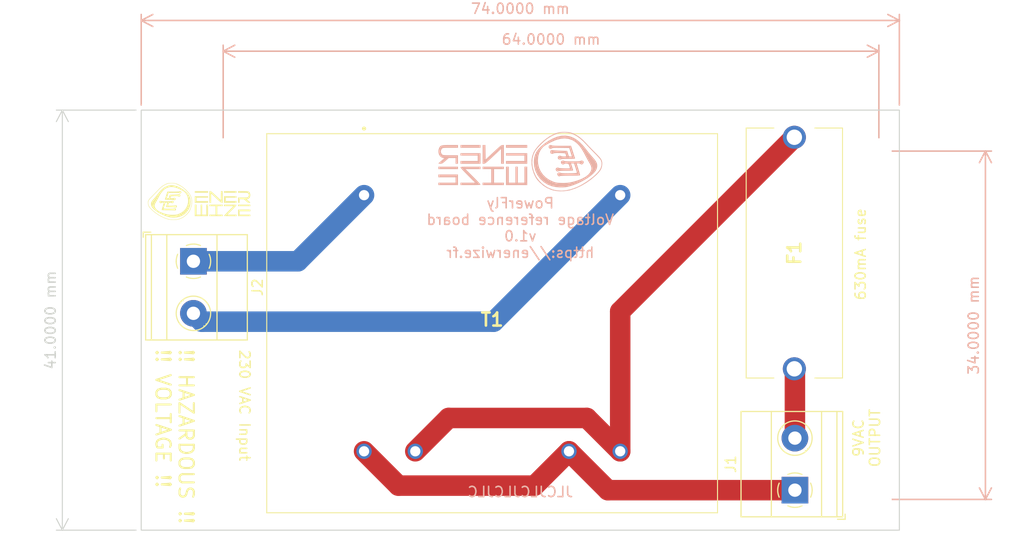
<source format=kicad_pcb>
(kicad_pcb (version 20221018) (generator pcbnew)
  (layers (0 "F.Cu" signal) (31 "B.Cu" signal) (34 "B.Paste" user) (35 "F.Paste" user) (36 "B.SilkS" user "B.Silkscreen") (37 "F.SilkS" user "F.Silkscreen") (38 "B.Mask" user) (39 "F.Mask" user) (44 "Edge.Cuts" user))
  (net 0 "")
  (net 1 "Net-(J1-Pin_1)")
  (net 2 "Net-(J1-Pin_2)")
  (net 3 "Net-(J2-Pin_1)")
  (net 4 "Net-(J2-Pin_2)")
  (net 5 "Net-(T1-NC_1)")
  (footprint "MountingHole:MountingHole_2.5mm" (layer "F.Cu") (at 113.75 100.05)
    (fp_text reference "H2" hide)
    (fp_text value "MountingHole")
    (pad "" np_thru_hole circle (at 0 0) (size 2.5 2.5) (drill 2.5) (layers "*.Cu" "*.Mask"))
  )
  (footprint "MountingHole:MountingHole_2.5mm" (layer "F.Cu") (at 113.75 66.05)
    (fp_text reference "H1" hide)
    (fp_text value "MountingHole")
    (pad "" np_thru_hole circle (at 0 0) (size 2.5 2.5) (drill 2.5) (layers "*.Cu" "*.Mask"))
  )
  (footprint "MountingHole:MountingHole_2.5mm" (layer "F.Cu") (at 177.75 100.05)
    (fp_text reference "H4" hide)
    (fp_text value "MountingHole")
    (pad "" np_thru_hole circle (at 0 0) (size 2.5 2.5) (drill 2.5) (layers "*.Cu" "*.Mask"))
  )
  (footprint "my_package:TerminalBlock_Phoenix_MKDS-1,5-2-5.08_1x02_P5.08mm_Horizontal" (layer "F.Cu") (at 110.845 76.805 -90)
    (fp_text reference "J2" (at 2.54 -6.26 90) (layer "F.SilkS"))
    (fp_text value "Screw_Terminal_01x02" hide)
    (fp_line (start -2.84 4.16) (end -2.84 4.9) (stroke (width 0.12)) (layer "F.SilkS"))
    (fp_line (start -2.84 4.9) (end -2.34 4.9) (stroke (width 0.12)) (layer "F.SilkS"))
    (fp_line (start -2.6 -5.261) (end -2.6 4.66) (stroke (width 0.12)) (layer "F.SilkS"))
    (fp_line (start -2.6 -5.261) (end 7.68 -5.261) (stroke (width 0.12)) (layer "F.SilkS"))
    (fp_line (start -2.6 -2.301) (end 7.68 -2.301) (stroke (width 0.12)) (layer "F.SilkS"))
    (fp_line (start -2.6 2.6) (end 7.68 2.6) (stroke (width 0.12)) (layer "F.SilkS"))
    (fp_line (start -2.6 4.1) (end 7.68 4.1) (stroke (width 0.12)) (layer "F.SilkS"))
    (fp_line (start -2.6 4.66) (end 7.68 4.66) (stroke (width 0.12)) (layer "F.SilkS"))
    (fp_line (start 3.853 1.023) (end 3.806 1.069) (stroke (width 0.12)) (layer "F.SilkS"))
    (fp_line (start 4.046 1.239) (end 4.011 1.274) (stroke (width 0.12)) (layer "F.SilkS"))
    (fp_line (start 6.15 -1.275) (end 6.115 -1.239) (stroke (width 0.12)) (layer "F.SilkS"))
    (fp_line (start 6.355 -1.069) (end 6.308 -1.023) (stroke (width 0.12)) (layer "F.SilkS"))
    (fp_line (start 7.68 -5.261) (end 7.68 4.66) (stroke (width 0.12)) (layer "F.SilkS"))
    (fp_arc (start -1.535427 0.683042) (mid -1.680501 -0.000524) (end -1.535 -0.684) (stroke (width 0.12)) (layer "F.SilkS"))
    (fp_arc (start -0.683042 -1.535427) (mid 0.000524 -1.680501) (end 0.684 -1.535) (stroke (width 0.12)) (layer "F.SilkS"))
    (fp_arc (start 0.028805 1.680253) (mid -0.335551 1.646659) (end -0.684 1.535) (stroke (width 0.12)) (layer "F.SilkS"))
    (fp_arc (start 0.683318 1.534756) (mid 0.349292 1.643288) (end 0 1.68) (stroke (width 0.12)) (layer "F.SilkS"))
    (fp_arc (start 1.535427 -0.683042) (mid 1.680501 0.000524) (end 1.535 0.684) (stroke (width 0.12)) (layer "F.SilkS"))
    (fp_circle (center 5.08 0) (end 6.76 0) (stroke (width 0.12)) (fill none) (layer "F.SilkS"))
    (pad "1" thru_hole rect (at 0 0 270) (size 2.6 2.6) (drill 1.3) (layers "*.Cu" "*.Mask") (net 3 "Net-(J2-Pin_1)"))
    (pad "2" thru_hole circle (at 5.08 0 270) (size 2.6 2.6) (drill 1.3) (layers "*.Cu" "*.Mask") (net 4 "Net-(J2-Pin_2)"))
  )
  (footprint "my_package:0PTF0078P" (layer "F.Cu") (at 169.5 76 90)
    (fp_text reference "F1" (at 0 0 90) (layer "F.SilkS") (effects (font (size 1.27 1.27) (thickness 0.254))))
    (fp_text value "630mA" hide)
    (fp_line (start -12.2 -4.7) (end 12.2 -4.7) (stroke (width 0.1)) (layer "F.SilkS"))
    (fp_line (start -12.2 -2) (end -12.2 -4.7) (stroke (width 0.1)) (layer "F.SilkS"))
    (fp_line (start -12.2 2) (end -12.2 4.7) (stroke (width 0.1)) (layer "F.SilkS"))
    (fp_line (start -12.2 4.7) (end 12.2 4.7) (stroke (width 0.1)) (layer "F.SilkS"))
    (fp_line (start 12.2 -4.7) (end 12.2 -2) (stroke (width 0.1)) (layer "F.SilkS"))
    (fp_line (start 12.2 4.7) (end 12.2 2) (stroke (width 0.1)) (layer "F.SilkS"))
    (pad "1" thru_hole circle (at -11.3 0 90) (size 2.25 2.25) (drill 1.5) (layers "*.Cu" "*.Mask") (net 2 "Net-(J1-Pin_2)"))
    (pad "2" thru_hole circle (at 11.3 0 90) (size 2.25 2.25) (drill 1.5) (layers "*.Cu" "*.Mask") (net 5 "Net-(T1-NC_1)"))
  )
  (footprint "my_package:44230" (layer "F.Cu") (at 127.5 70.35)
    (fp_text reference "T1" (at 12.5 12.15) (layer "F.SilkS") (effects (font (size 1.27 1.27) (thickness 0.254))))
    (fp_text value "44230" hide)
    (fp_line (start -9.5 -6) (end 34.5 -6) (stroke (width 0.1)) (layer "F.SilkS"))
    (fp_line (start -9.5 31) (end -9.5 -6) (stroke (width 0.1)) (layer "F.SilkS"))
    (fp_line (start -0.1 -6.5) (end -0.1 -6.5) (stroke (width 0.2)) (layer "F.SilkS"))
    (fp_line (start 0.1 -6.5) (end 0.1 -6.5) (stroke (width 0.2)) (layer "F.SilkS"))
    (fp_line (start 34.5 -6) (end 34.5 31) (stroke (width 0.1)) (layer "F.SilkS"))
    (fp_line (start 34.5 31) (end -9.5 31) (stroke (width 0.1)) (layer "F.SilkS"))
    (fp_arc (start -0.1 -6.5) (mid 0 -6.6) (end 0.1 -6.5) (stroke (width 0.2)) (layer "F.SilkS"))
    (fp_arc (start 0.1 -6.5) (mid 0 -6.4) (end -0.1 -6.5) (stroke (width 0.2)) (layer "F.SilkS"))
    (pad "1" thru_hole circle (at 0 0) (size 1.5 1.5) (drill 1) (layers "*.Cu" "*.Mask") (net 3 "Net-(J2-Pin_1)"))
    (pad "5" thru_hole circle (at 25 0) (size 1.5 1.5) (drill 1) (layers "*.Cu" "*.Mask") (net 4 "Net-(J2-Pin_2)"))
    (pad "6" thru_hole circle (at 25 25) (size 1.5 1.5) (drill 1) (layers "*.Cu" "*.Mask") (net 5 "Net-(T1-NC_1)"))
    (pad "7" thru_hole circle (at 20 25) (size 1.5 1.5) (drill 1) (layers "*.Cu" "*.Mask") (net 1 "Net-(J1-Pin_1)"))
    (pad "9" thru_hole circle (at 5 25) (size 1.5 1.5) (drill 1) (layers "*.Cu" "*.Mask") (net 5 "Net-(T1-NC_1)"))
    (pad "10" thru_hole circle (at 0 25) (size 1.5 1.5) (drill 1) (layers "*.Cu" "*.Mask") (net 1 "Net-(J1-Pin_1)"))
  )
  (footprint "my_package:logotype_complet_10x3.6mm" (layer "F.Cu") (at 111.4 70.95)
    (fp_text reference "G***" hide)
    (fp_text value "LOGO" hide)
    (fp_poly (pts (xy 0.875862 -0.9125) (xy 0.875862 -0.825) (xy 0.225221 -0.825) (xy -0.425419 -0.825) (xy -0.425419 -0.9125) (xy -0.425419 -1) (xy 0.225221 -1) (xy 0.875862 -1)) (fill solid) (layer "F.SilkS"))
    (fp_poly (pts (xy 3.653596 -0.9125) (xy 3.653596 -0.825) (xy 3.040492 -0.825) (xy 2.427389 -0.825) (xy 2.427389 -0.9125) (xy 2.427389 -1) (xy 3.040492 -1) (xy 3.653596 -1)) (fill solid) (layer "F.SilkS"))
    (fp_poly (pts (xy 5.004926 0.4) (xy 5.004926 0.475) (xy 4.404335 0.475) (xy 3.803743 0.475) (xy 3.803743 0.4) (xy 3.803743 0.325) (xy 4.404335 0.325) (xy 5.004926 0.325)) (fill solid) (layer "F.SilkS"))
    (fp_poly (pts (xy 0.875862 -0.425) (xy 0.875862 -0.35) (xy 0.312807 -0.35) (xy -0.250247 -0.35) (xy -0.250247 -0.1875) (xy -0.250247 -0.025) (xy 0.312807 -0.025) (xy 0.875862 -0.025) (xy 0.875862 0.0625) (xy 0.875862 0.15) (xy 0.225221 0.15) (xy -0.425419 0.15) (xy -0.425419 -0.175) (xy -0.425419 -0.5) (xy 0.225221 -0.5) (xy 0.875862 -0.5)) (fill solid) (layer "F.SilkS"))
    (fp_poly (pts (xy 3.653596 -0.425) (xy 3.653596 -0.35) (xy 3.128078 -0.35) (xy 2.602561 -0.35) (xy 2.602561 -0.1875) (xy 2.602561 -0.025) (xy 3.128078 -0.025) (xy 3.653596 -0.025) (xy 3.653596 0.0625) (xy 3.653596 0.15) (xy 3.040492 0.15) (xy 2.427389 0.15) (xy 2.427389 -0.175) (xy 2.427389 -0.5) (xy 3.040492 -0.5) (xy 3.653596 -0.5)) (fill solid) (layer "F.SilkS"))
    (fp_poly (pts (xy 5.004926 0.8875) (xy 5.004926 0.975) (xy 4.479408 0.975) (xy 3.953891 0.975) (xy 3.953891 1.1375) (xy 3.953891 1.3) (xy 4.479408 1.3) (xy 5.004926 1.3) (xy 5.004926 1.375) (xy 5.004926 1.45) (xy 4.404335 1.45) (xy 3.803743 1.45) (xy 3.803743 1.125) (xy 3.803743 0.8) (xy 4.404335 0.8) (xy 5.004926 0.8)) (fill solid) (layer "F.SilkS"))
    (fp_poly (pts (xy -0.250247 0.8125) (xy -0.250247 1.3) (xy -0.05005 1.3) (xy 0.150147 1.3) (xy 0.150147 0.8125) (xy 0.150147 0.325) (xy 0.225221 0.325) (xy 0.300295 0.325) (xy 0.300295 0.8125) (xy 0.300295 1.3) (xy 0.500492 1.3) (xy 0.700689 1.3) (xy 0.700689 0.8125) (xy 0.700689 0.325) (xy 0.788275 0.325) (xy 0.875862 0.325) (xy 0.875862 0.8875) (xy 0.875862 1.45) (xy 0.225221 1.45) (xy -0.425419 1.45) (xy -0.425419 0.8875) (xy -0.425419 0.325) (xy -0.337833 0.325) (xy -0.250247 0.325)) (fill solid) (layer "F.SilkS"))
    (fp_poly (pts (xy 2.302266 0.4) (xy 2.302266 0.475) (xy 2.039507 0.475) (xy 1.776748 0.475) (xy 1.776748 0.8875) (xy 1.776748 1.3) (xy 2.039507 1.3) (xy 2.302266 1.3) (xy 2.302266 1.375) (xy 2.302266 1.45) (xy 1.651625 1.45) (xy 1.000985 1.45) (xy 1.000985 1.375) (xy 1.000985 1.3) (xy 1.30128 1.3) (xy 1.601576 1.3) (xy 1.601576 0.8875) (xy 1.601576 0.475) (xy 1.30128 0.475) (xy 1.000985 0.475) (xy 1.000985 0.4) (xy 1.000985 0.325) (xy 1.651625 0.325) (xy 2.302266 0.325)) (fill solid) (layer "F.SilkS"))
    (fp_poly (pts (xy 2.302266 -1) (xy 2.302266 -0.425) (xy 2.302266 0.15) (xy 2.220936 0.149457) (xy 2.192019 0.145575) (xy 2.158067 0.131783) (xy 2.114373 0.104308) (xy 2.056234 0.059377) (xy 1.978944 -0.006784) (xy 1.877799 -0.097948) (xy 1.748094 -0.21789) (xy 1.657881 -0.30217) (xy 1.176157 -0.753256) (xy 1.176157 -0.301628) (xy 1.176157 0.15) (xy 1.088571 0.15) (xy 1.000985 0.15) (xy 1.000985 -0.425) (xy 1.000985 -1) (xy 1.084602 -1) (xy 1.113951 -0.99669) (xy 1.147312 -0.984205) (xy 1.189523 -0.958719) (xy 1.24542 -0.916404) (xy 1.31984 -0.85343) (xy 1.417621 -0.76597) (xy 1.543599 -0.650196) (xy 1.6414 -0.55934) (xy 2.114581 -0.118679) (xy 2.121414 -0.55934) (xy 2.128248 -1.000001) (xy 2.215257 -1.000001)) (fill solid) (layer "F.SilkS"))
    (fp_poly (pts (xy 3.23172 0.325229) (xy 3.378669 0.326192) (xy 3.487108 0.328297) (xy 3.562806 0.331953) (xy 3.611532 0.337569) (xy 3.639055 0.345555) (xy 3.651143 0.356321) (xy 3.653596 0.368496) (xy 3.636518 0.397505) (xy 3.588486 0.456224) (xy 3.514304 0.539378) (xy 3.418776 0.641692) (xy 3.306705 0.75789) (xy 3.209669 0.855996) (xy 2.765743 1.3) (xy 3.209669 1.3) (xy 3.653596 1.3) (xy 3.653596 1.375) (xy 3.653596 1.45) (xy 3.040492 1.45) (xy 2.839795 1.449416) (xy 2.684604 1.447513) (xy 2.570388 1.444061) (xy 2.492615 1.438832) (xy 2.446754 1.431596) (xy 2.428274 1.422123) (xy 2.427389 1.418996) (xy 2.444423 1.393584) (xy 2.492382 1.338101) (xy 2.566552 1.257581) (xy 2.662221 1.15706) (xy 2.774673 1.041572) (xy 2.883835 0.931496) (xy 3.34028 0.475) (xy 2.883835 0.475) (xy 2.427389 0.475) (xy 2.427389 0.4) (xy 2.427389 0.325) (xy 3.040492 0.325)) (fill solid) (layer "F.SilkS"))
    (fp_poly (pts (xy 4.46817 -0.999055) (xy 4.612799 -0.99502) (xy 4.72129 -0.986098) (xy 4.800589 -0.970489) (xy 4.857642 -0.946396) (xy 4.899396 -0.91202) (xy 4.932799 -0.865563) (xy 4.954631 -0.825481) (xy 4.997451 -0.697931) (xy 5.003365 -0.566651) (xy 4.976016 -0.44161) (xy 4.919044 -0.332776) (xy 4.836092 -0.250118) (xy 4.7308 -0.203605) (xy 4.727176 -0.20284) (xy 4.646353 -0.186326) (xy 4.823966 -0.036913) (xy 4.901732 0.030259) (xy 4.962589 0.086157) (xy 4.99788 0.122658) (xy 5.003252 0.13125) (xy 4.981847 0.142053) (xy 4.9255 0.148523) (xy 4.886059 0.149395) (xy 4.830052 0.146831) (xy 4.783083 0.135776) (xy 4.734164 0.110206) (xy 4.67231 0.064095) (xy 4.586531 -0.008581) (xy 4.566995 -0.025566) (xy 4.366798 -0.199922) (xy 4.160344 -0.199961) (xy 3.953891 -0.2) (xy 3.953891 -0.025) (xy 3.953891 0.15) (xy 3.878817 0.15) (xy 3.803743 0.15) (xy 3.803743 -0.1125) (xy 3.803743 -0.375) (xy 4.26198 -0.375) (xy 4.425159 -0.375357) (xy 4.545883 -0.376926) (xy 4.631746 -0.380459) (xy 4.69034 -0.386706) (xy 4.729259 -0.396418) (xy 4.756095 -0.410346) (xy 4.774682 -0.425692) (xy 4.833993 -0.511761) (xy 4.851271 -0.611164) (xy 4.826339 -0.709826) (xy 4.779068 -0.775636) (xy 4.758181 -0.793105) (xy 4.730678 -0.805904) (xy 4.6891 -0.814751) (xy 4.625993 -0.820366) (xy 4.533898 -0.823465) (xy 4.405361 -0.824768) (xy 4.266699 -0.825) (xy 3.803743 -0.825) (xy 3.803743 -0.9125) (xy 3.803743 -1) (xy 4.280454 -1)) (fill solid) (layer "F.SilkS"))
    (fp_poly (pts (xy -1.82021 -0.991196) (xy -1.76246 -0.966414) (xy -1.744307 -0.94762) (xy -1.725689 -0.881803) (xy -1.743863 -0.821223) (xy -1.78763 -0.776) (xy -1.845788 -0.756257) (xy -1.907137 -0.772112) (xy -1.924205 -0.785067) (xy -1.945297 -0.799079) (xy -1.977635 -0.809299) (xy -2.028063 -0.816151) (xy -2.103425 -0.820056) (xy -2.210566 -0.821437) (xy -2.356331 -0.820718) (xy -2.478311 -0.81928) (xy -2.987076 -0.8125) (xy -3.067101 -0.55625) (xy -3.147127 -0.3) (xy -3.056273 -0.300155) (xy -3.008366 -0.302082) (xy -2.977477 -0.314623) (xy -2.954856 -0.348222) (xy -2.931755 -0.413321) (xy -2.914905 -0.468905) (xy -2.864391 -0.6375) (xy -2.451949 -0.652489) (xy -2.308075 -0.658711) (xy -2.177248 -0.666208) (xy -2.069661 -0.674258) (xy -1.995501 -0.682136) (xy -1.970546 -0.686681) (xy -1.896138 -0.690505) (xy -1.864192 -0.674881) (xy -1.834477 -0.622798) (xy -1.828668 -0.55275) (xy -1.847765 -0.491227) (xy -1.856828 -0.48) (xy -1.913695 -0.453484) (xy -1.983287 -0.456275) (xy -2.031464 -0.48125) (xy -2.063079 -0.494786) (xy -2.127175 -0.503124) (xy -2.229209 -0.506609) (xy -2.374637 -0.505584) (xy -2.407359 -0.504914) (xy -2.545062 -0.501338) (xy -2.640775 -0.496905) (xy -2.702556 -0.490346) (xy -2.738464 -0.480388) (xy -2.756558 -0.46576) (xy -2.76396 -0.448664) (xy -2.783119 -0.381061) (xy -2.791933 -0.35) (xy -2.795525 -0.322063) (xy -2.779032 -0.307053) (xy -2.731978 -0.30102) (xy -2.659303 -0.3) (xy -2.575352 -0.304336) (xy -2.510812 -0.315542) (xy -2.485492 -0.326955) (xy -2.431168 -0.350527) (xy -2.366491 -0.340499) (xy -2.311671 -0.302869) (xy -2.291907 -0.269508) (xy -2.287458 -0.196329) (xy -2.320131 -0.138805) (xy -2.377339 -0.106736) (xy -2.446499 -0.109924) (xy -2.477439 -0.125) (xy -2.514049 -0.133082) (xy -2.591549 -0.140067) (xy -2.700784 -0.145466) (xy -2.832598 -0.148788) (xy -2.936816 -0.149618) (xy -3.097532 -0.15058) (xy -3.213578 -0.153406) (xy -3.290312 -0.15851) (xy -3.33309 -0.166305) (xy -3.347271 -0.177204) (xy -3.346709 -0.18125) (xy -3.33532 -0.214978) (xy -3.311808 -0.287334) (xy -3.279087 -0.389258) (xy -3.240072 -0.511691) (xy -3.218013 -0.58125) (xy -3.101263 -0.95) (xy -2.531597 -0.95) (xy -2.31768 -0.951229) (xy -2.149903 -0.954883) (xy -2.029298 -0.960917) (xy -1.956896 -0.969282) (xy -1.93495 -0.976955) (xy -1.885997 -0.995985)) (fill solid) (layer "F.SilkS"))
    (fp_poly (pts (xy -2.502556 -1.561082) (xy -2.243648 -1.501693) (xy -1.976152 -1.395153) (xy -1.701434 -1.241869) (xy -1.484264 -1.091053) (xy -1.274858 -0.920288) (xy -1.11038 -0.754704) (xy -0.987101 -0.587784) (xy -0.901289 -0.413006) (xy -0.849215 -0.223851) (xy -0.827147 -0.0138) (xy -0.825813 0.059731) (xy -0.850259 0.328509) (xy -0.92174 0.587451) (xy -1.037472 0.82954) (xy -1.194672 1.047761) (xy -1.236139 1.093562) (xy -1.43914 1.276637) (xy -1.66284 1.416572) (xy -1.910347 1.51469) (xy -2.184767 1.57231) (xy -2.402365 1.589514) (xy -2.588456 1.590006) (xy -2.749981 1.579856) (xy -2.852808 1.564484) (xy -3.080973 1.505932) (xy -3.314706 1.4262) (xy -3.547988 1.328945) (xy -3.774799 1.217828) (xy -3.989119 1.096507) (xy -4.184929 0.968642) (xy -4.356209 0.837891) (xy -4.496938 0.707912) (xy -4.601097 0.582366) (xy -4.662666 0.464911) (xy -4.662875 0.464296) (xy -4.668027 0.444448) (xy -4.345213 0.444448) (xy -4.331832 0.526286) (xy -4.259981 0.679025) (xy -4.139969 0.819357) (xy -3.972189 0.946998) (xy -3.757036 1.061663) (xy -3.494906 1.163068) (xy -3.414222 1.188718) (xy -3.2064 1.247341) (xy -3.024965 1.286509) (xy -2.851415 1.308877) (xy -2.667245 1.317101) (xy -2.527488 1.315993) (xy -2.381621 1.310924) (xy -2.270584 1.302072) (xy -2.17918 1.287201) (xy -2.092214 1.264071) (xy -2.02756 1.242379) (xy -1.781196 1.131169) (xy -1.566946 0.98549) (xy -1.387682 0.809244) (xy -1.246278 0.606331) (xy -1.145606 0.380653) (xy -1.088537 0.136111) (xy -1.07606 -0.05) (xy -1.096438 -0.295973) (xy -1.156674 -0.517459) (xy -1.255419 -0.711051) (xy -1.391322 -0.873338) (xy -1.407954 -0.888658) (xy -1.498006 -0.956769) (xy -1.624105 -1.034621) (xy -1.774776 -1.11627) (xy -1.938544 -1.195769) (xy -2.103933 -1.267177) (xy -2.2306 -1.314793) (xy -2.475349 -1.37746) (xy -2.714444 -1.395621) (xy -2.942083 -1.369454) (xy -3.152462 -1.299133) (xy -3.17961 -1.286073) (xy -3.337441 -1.192749) (xy -3.481409 -1.07549) (xy -3.616406 -0.928624) (xy -3.747328 -0.74648) (xy -3.879066 -0.523384) (xy -3.944072 -0.4) (xy -4.012503 -0.268684) (xy -4.08348 -0.137078) (xy -4.148973 -0.019808) (xy -4.200946 0.068495) (xy -4.20439 0.074047) (xy -4.286027 0.219503) (xy -4.332204 0.34026) (xy -4.345213 0.444448) (xy -4.668027 0.444448) (xy -4.696126 0.336197) (xy -4.701071 0.220347) (xy -4.674872 0.108188) (xy -4.614688 -0.008837) (xy -4.51768 -0.139285) (xy -4.429115 -0.240151) (xy -4.342644 -0.33824) (xy -4.239352 -0.461313) (xy -4.131922 -0.593967) (xy -4.033038 -0.720796) (xy -4.028816 -0.726351) (xy -3.830649 -0.96926) (xy -3.638251 -1.166575) (xy -3.447288 -1.321676) (xy -3.253428 -1.43794) (xy -3.052336 -1.518746) (xy -2.989135 -1.536791) (xy -2.751508 -1.572916)) (fill solid) (layer "F.SilkS"))
    (fp_poly (pts (xy -3.689876 -0.041798) (xy -3.666109 -0.025) (xy -3.635854 -0.01599) (xy -3.560529 -0.008747) (xy -3.44509 -0.003525) (xy -3.294495 -0.000577) (xy -3.178128 0) (xy -3.007026 -0.001306) (xy -2.867805 -0.005055) (xy -2.765423 -0.010991) (xy -2.704837 -0.018863) (xy -2.690148 -0.025) (xy -2.652921 -0.045133) (xy -2.592729 -0.048575) (xy -2.533549 -0.035981) (xy -2.507468 -0.02) (xy -2.47975 0.038968) (xy -2.48865 0.108207) (xy -2.523202 0.158625) (xy -2.59189 0.196417) (xy -2.657543 0.185117) (xy -2.686368 0.162705) (xy -2.729538 0.139351) (xy -2.799595 0.136771) (xy -2.838345 0.141109) (xy -2.905897 0.152791) (xy -2.944561 0.173178) (xy -2.969039 0.215976) (xy -2.990486 0.282941) (xy -3.011536 0.355137) (xy -3.02514 0.404447) (xy -3.027981 0.417037) (xy -3.004866 0.423314) (xy -2.942953 0.426707) (xy -2.853391 0.427536) (xy -2.74733 0.426116) (xy -2.635918 0.422764) (xy -2.530304 0.417799) (xy -2.441638 0.411536) (xy -2.381068 0.404294) (xy -2.360369 0.398045) (xy -2.317505 0.380903) (xy -2.261982 0.379295) (xy -2.194824 0.407033) (xy -2.160187 0.461488) (xy -2.162907 0.527726) (xy -2.196755 0.580703) (xy -2.23973 0.615879) (xy -2.281792 0.620991) (xy -2.334932 0.605163) (xy -2.398522 0.592376) (xy -2.506269 0.582848) (xy -2.652366 0.576938) (xy -2.823304 0.575) (xy -2.959293 0.573905) (xy -3.075832 0.570878) (xy -3.164592 0.566306) (xy -3.217244 0.560572) (xy -3.228174 0.55625) (xy -3.221195 0.525203) (xy -3.202617 0.458929) (xy -3.175973 0.369857) (xy -3.165988 0.3375) (xy -3.137556 0.245325) (xy -3.115856 0.173591) (xy -3.104382 0.133907) (xy -3.10343 0.12974) (xy -3.125156 0.126572) (xy -3.179344 0.128579) (xy -3.194206 0.12974) (xy -3.285358 0.1375) (xy -3.368874 0.4) (xy -3.402833 0.509307) (xy -3.430242 0.602421) (xy -3.447912 0.668188) (xy -3.452895 0.69375) (xy -3.429593 0.70392) (xy -3.365451 0.712294) (xy -3.269646 0.718814) (xy -3.151357 0.723423) (xy -3.019761 0.726061) (xy -2.884037 0.726671) (xy -2.753362 0.725195) (xy -2.636916 0.721574) (xy -2.543876 0.715752) (xy -2.48342 0.707669) (xy -2.464926 0.7) (xy -2.427699 0.679867) (xy -2.367507 0.676425) (xy -2.308328 0.689019) (xy -2.282247 0.705) (xy -2.254167 0.763997) (xy -2.263893 0.831399) (xy -2.307835 0.886082) (xy -2.356706 0.917019) (xy -2.388889 0.920677) (xy -2.42739 0.9) (xy -2.463141 0.892749) (xy -2.542373 0.886433) (xy -2.658523 0.881307) (xy -2.805028 0.877628) (xy -2.975324 0.87565) (xy -3.059261 0.875382) (xy -3.250993 0.874823) (xy -3.398091 0.873208) (xy -3.505966 0.870215) (xy -3.58003 0.865522) (xy -3.625691 0.858807) (xy -3.648362 0.849746) (xy -3.653596 0.83997) (xy -3.646444 0.804098) (xy -3.626865 0.730602) (xy -3.597674 0.629484) (xy -3.561686 0.510744) (xy -3.553498 0.484407) (xy -3.516609 0.364907) (xy -3.485847 0.262636) (xy -3.463986 0.187012) (xy -3.453799 0.147457) (xy -3.453399 0.144437) (xy -3.474426 0.127879) (xy -3.52593 0.124241) (xy -3.590546 0.131762) (xy -3.650908 0.148676) (xy -3.684617 0.16792) (xy -3.723403 0.195513) (xy -3.760842 0.192608) (xy -3.799198 0.173335) (xy -3.855166 0.120684) (xy -3.875886 0.054377) (xy -3.856575 -0.008839) (xy -3.85265 -0.013877) (xy -3.808343 -0.039585) (xy -3.746254 -0.049359)) (fill solid) (layer "F.SilkS"))
    (fp_poly (pts (xy -2.38147 -1.774214) (xy -2.2109 -1.729988) (xy -2.0281 -1.657932) (xy -2.012497 -1.650918) (xy -1.816101 -1.546407) (xy -1.613026 -1.410543) (xy -1.412264 -1.251551) (xy -1.222807 -1.077655) (xy -1.053646 -0.89708) (xy -0.913772 -0.71805) (xy -0.815999 -0.556474) (xy -0.728347 -0.327285) (xy -0.684828 -0.07954) (xy -0.685232 0.182129) (xy -0.72935 0.453093) (xy -0.81697 0.728722) (xy -0.880921 0.875) (xy -0.937024 0.983587) (xy -0.995885 1.075597) (xy -1.068478 1.165773) (xy -1.165777 1.268857) (xy -1.198338 1.301442) (xy -1.417405 1.491648) (xy -1.64807 1.636679) (xy -1.898457 1.741238) (xy -2.017567 1.775788) (xy -2.220007 1.811691) (xy -2.449178 1.826051) (xy -2.686749 1.819085) (xy -2.914392 1.79101) (xy -3.040493 1.763627) (xy -3.363351 1.657584) (xy -3.691146 1.509088) (xy -4.014532 1.323606) (xy -4.324163 1.106606) (xy -4.610692 0.863555) (xy -4.660915 0.815693) (xy -4.79382 0.677294) (xy -4.888895 0.553978) (xy -4.951657 0.435832) (xy -4.987624 0.312945) (xy -5.000774 0.205163) (xy -5.003376 0.104206) (xy -5.001012 0.08173) (xy -4.958418 0.08173) (xy -4.955577 0.240755) (xy -4.909481 0.405551) (xy -4.89692 0.434477) (xy -4.821709 0.558851) (xy -4.706659 0.696828) (xy -4.558348 0.843306) (xy -4.383351 0.993181) (xy -4.188246 1.141352) (xy -3.979609 1.282717) (xy -3.764016 1.412171) (xy -3.548044 1.524613) (xy -3.414873 1.584367) (xy -3.100864 1.697088) (xy -2.802348 1.765014) (xy -2.513849 1.788748) (xy -2.229891 1.768893) (xy -2.05202 1.734552) (xy -1.952023 1.704605) (xy -1.830102 1.659435) (xy -1.708445 1.607441) (xy -1.676651 1.592417) (xy -1.498046 1.486468) (xy -1.321113 1.346768) (xy -1.158395 1.18541) (xy -1.022432 1.014489) (xy -0.945665 0.8875) (xy -0.83108 0.621319) (xy -0.759123 0.355052) (xy -0.729964 0.093719) (xy -0.743772 -0.15766) (xy -0.800718 -0.394063) (xy -0.895339 -0.600911) (xy -0.966609 -0.704857) (xy -1.068722 -0.829129) (xy -1.19243 -0.964119) (xy -1.328487 -1.100223) (xy -1.467645 -1.227833) (xy -1.600657 -1.337344) (xy -1.614089 -1.347551) (xy -1.75142 -1.440697) (xy -1.911103 -1.532711) (xy -2.077993 -1.616053) (xy -2.236948 -1.683181) (xy -2.372823 -1.726554) (xy -2.37734 -1.727635) (xy -2.541572 -1.752293) (xy -2.724628 -1.757127) (xy -2.903774 -1.742591) (xy -3.039185 -1.714416) (xy -3.24854 -1.63827) (xy -3.446462 -1.53415) (xy -3.640269 -1.397004) (xy -3.837282 -1.221782) (xy -4.004347 -1.048351) (xy -4.108243 -0.936457) (xy -4.234749 -0.803407) (xy -4.370632 -0.662946) (xy -4.502659 -0.528815) (xy -4.556216 -0.475247) (xy -4.667049 -0.361975) (xy -4.765609 -0.255416) (xy -4.845268 -0.16314) (xy -4.899396 -0.092717) (xy -4.91763 -0.0625) (xy -4.958418 0.08173) (xy -5.001012 0.08173) (xy -4.994174 0.016718) (xy -4.968924 -0.064898) (xy -4.923386 -0.148241) (xy -4.853318 -0.240908) (xy -4.754477 -0.350499) (xy -4.622623 -0.484611) (xy -4.607086 -0.500031) (xy -4.477956 -0.629668) (xy -4.336532 -0.774401) (xy -4.196996 -0.919551) (xy -4.073528 -1.05044) (xy -4.031802 -1.09553) (xy -3.842535 -1.289777) (xy -3.665357 -1.445324) (xy -3.491428 -1.568887) (xy -3.311907 -1.667183) (xy -3.232962 -1.702444) (xy -3.136564 -1.740418) (xy -3.052818 -1.765426) (xy -2.964472 -1.780854) (xy -2.854273 -1.79009) (xy -2.765222 -1.79428) (xy -2.559636 -1.794386)) (fill solid) (layer "F.SilkS"))
  )
  (footprint "my_package:TerminalBlock_Phoenix_MKDS-1,5-2-5.08_1x02_P5.08mm_Horizontal" (layer "F.Cu") (at 169.555 99.145 90)
    (fp_text reference "J1" (at 2.54 -6.26 90) (layer "F.SilkS"))
    (fp_text value "Screw_Terminal_01x02" hide)
    (fp_line (start -2.84 4.16) (end -2.84 4.9) (stroke (width 0.12)) (layer "F.SilkS"))
    (fp_line (start -2.84 4.9) (end -2.34 4.9) (stroke (width 0.12)) (layer "F.SilkS"))
    (fp_line (start -2.6 -5.261) (end -2.6 4.66) (stroke (width 0.12)) (layer "F.SilkS"))
    (fp_line (start -2.6 -5.261) (end 7.68 -5.261) (stroke (width 0.12)) (layer "F.SilkS"))
    (fp_line (start -2.6 -2.301) (end 7.68 -2.301) (stroke (width 0.12)) (layer "F.SilkS"))
    (fp_line (start -2.6 2.6) (end 7.68 2.6) (stroke (width 0.12)) (layer "F.SilkS"))
    (fp_line (start -2.6 4.1) (end 7.68 4.1) (stroke (width 0.12)) (layer "F.SilkS"))
    (fp_line (start -2.6 4.66) (end 7.68 4.66) (stroke (width 0.12)) (layer "F.SilkS"))
    (fp_line (start 3.853 1.023) (end 3.806 1.069) (stroke (width 0.12)) (layer "F.SilkS"))
    (fp_line (start 4.046 1.239) (end 4.011 1.274) (stroke (width 0.12)) (layer "F.SilkS"))
    (fp_line (start 6.15 -1.275) (end 6.115 -1.239) (stroke (width 0.12)) (layer "F.SilkS"))
    (fp_line (start 6.355 -1.069) (end 6.308 -1.023) (stroke (width 0.12)) (layer "F.SilkS"))
    (fp_line (start 7.68 -5.261) (end 7.68 4.66) (stroke (width 0.12)) (layer "F.SilkS"))
    (fp_arc (start -1.535427 0.683042) (mid -1.680501 -0.000524) (end -1.535 -0.684) (stroke (width 0.12)) (layer "F.SilkS"))
    (fp_arc (start -0.683042 -1.535427) (mid 0.000524 -1.680501) (end 0.684 -1.535) (stroke (width 0.12)) (layer "F.SilkS"))
    (fp_arc (start 0.028805 1.680253) (mid -0.335551 1.646659) (end -0.684 1.535) (stroke (width 0.12)) (layer "F.SilkS"))
    (fp_arc (start 0.683318 1.534756) (mid 0.349292 1.643288) (end 0 1.68) (stroke (width 0.12)) (layer "F.SilkS"))
    (fp_arc (start 1.535427 -0.683042) (mid 1.680501 0.000524) (end 1.535 0.684) (stroke (width 0.12)) (layer "F.SilkS"))
    (fp_circle (center 5.08 0) (end 6.76 0) (stroke (width 0.12)) (fill none) (layer "F.SilkS"))
    (pad "1" thru_hole rect (at 0 0 90) (size 2.6 2.6) (drill 1.3) (layers "*.Cu" "*.Mask") (net 1 "Net-(J1-Pin_1)"))
    (pad "2" thru_hole circle (at 5.08 0 90) (size 2.6 2.6) (drill 1.3) (layers "*.Cu" "*.Mask") (net 2 "Net-(J1-Pin_2)"))
  )
  (footprint "MountingHole:MountingHole_2.5mm" (layer "F.Cu") (at 177.75 66.05)
    (fp_text reference "H3" hide)
    (fp_text value "MountingHole")
    (pad "" np_thru_hole circle (at 0 0) (size 2.5 2.5) (drill 2.5) (layers "*.Cu" "*.Mask"))
  )
  (footprint "my_package:logotype_complet_16x6mm" (layer "B.Cu") (at 142.75 67.05 180)
    (fp_text reference "G***" hide)
    (fp_text value "LOGO" hide)
    (fp_poly (pts (xy 1.4 1.46) (xy 1.4 1.32) (xy 0.36 1.32) (xy -0.68 1.32) (xy -0.68 1.46) (xy -0.68 1.6) (xy 0.36 1.6) (xy 1.4 1.6)) (fill solid) (layer "B.SilkS"))
    (fp_poly (pts (xy 5.84 1.46) (xy 5.84 1.32) (xy 4.86 1.32) (xy 3.88 1.32) (xy 3.88 1.46) (xy 3.88 1.6) (xy 4.86 1.6) (xy 5.84 1.6)) (fill solid) (layer "B.SilkS"))
    (fp_poly (pts (xy 8 -0.64) (xy 8 -0.76) (xy 7.04 -0.76) (xy 6.08 -0.76) (xy 6.08 -0.64) (xy 6.08 -0.52) (xy 7.04 -0.52) (xy 8 -0.52)) (fill solid) (layer "B.SilkS"))
    (fp_poly (pts (xy 1.4 0.68) (xy 1.4 0.56) (xy 0.5 0.56) (xy -0.4 0.56) (xy -0.4 0.3) (xy -0.4 0.04) (xy 0.5 0.04) (xy 1.4 0.04) (xy 1.4 -0.1) (xy 1.4 -0.24) (xy 0.36 -0.24) (xy -0.68 -0.24) (xy -0.68 0.28) (xy -0.68 0.8) (xy 0.36 0.8) (xy 1.4 0.8)) (fill solid) (layer "B.SilkS"))
    (fp_poly (pts (xy 5.84 0.68) (xy 5.84 0.56) (xy 5 0.56) (xy 4.16 0.56) (xy 4.16 0.3) (xy 4.16 0.04) (xy 5 0.04) (xy 5.84 0.04) (xy 5.84 -0.1) (xy 5.84 -0.24) (xy 4.86 -0.24) (xy 3.88 -0.24) (xy 3.88 0.28) (xy 3.88 0.8) (xy 4.86 0.8) (xy 5.84 0.8)) (fill solid) (layer "B.SilkS"))
    (fp_poly (pts (xy 8 -1.42) (xy 8 -1.56) (xy 7.16 -1.56) (xy 6.32 -1.56) (xy 6.32 -1.82) (xy 6.32 -2.08) (xy 7.16 -2.08) (xy 8 -2.08) (xy 8 -2.2) (xy 8 -2.32) (xy 7.04 -2.32) (xy 6.08 -2.32) (xy 6.08 -1.8) (xy 6.08 -1.28) (xy 7.04 -1.28) (xy 8 -1.28)) (fill solid) (layer "B.SilkS"))
    (fp_poly (pts (xy -0.4 -1.3) (xy -0.4 -2.08) (xy -0.08 -2.08) (xy 0.24 -2.08) (xy 0.24 -1.3) (xy 0.24 -0.52) (xy 0.36 -0.52) (xy 0.48 -0.52) (xy 0.48 -1.3) (xy 0.48 -2.08) (xy 0.8 -2.08) (xy 1.12 -2.08) (xy 1.12 -1.3) (xy 1.12 -0.52) (xy 1.26 -0.52) (xy 1.4 -0.52) (xy 1.4 -1.42) (xy 1.4 -2.32) (xy 0.36 -2.32) (xy -0.68 -2.32) (xy -0.68 -1.42) (xy -0.68 -0.52) (xy -0.54 -0.52) (xy -0.4 -0.52)) (fill solid) (layer "B.SilkS"))
    (fp_poly (pts (xy 3.68 -0.64) (xy 3.68 -0.76) (xy 3.26 -0.76) (xy 2.84 -0.76) (xy 2.84 -1.42) (xy 2.84 -2.08) (xy 3.26 -2.08) (xy 3.68 -2.08) (xy 3.68 -2.2) (xy 3.68 -2.32) (xy 2.64 -2.32) (xy 1.6 -2.32) (xy 1.6 -2.2) (xy 1.6 -2.08) (xy 2.08 -2.08) (xy 2.56 -2.08) (xy 2.56 -1.42) (xy 2.56 -0.76) (xy 2.08 -0.76) (xy 1.6 -0.76) (xy 1.6 -0.64) (xy 1.6 -0.52) (xy 2.64 -0.52) (xy 3.68 -0.52)) (fill solid) (layer "B.SilkS"))
    (fp_poly (pts (xy 3.68 1.6) (xy 3.68 0.68) (xy 3.68 -0.24) (xy 3.55 -0.239132) (xy 3.503779 -0.23292) (xy 3.449508 -0.210853) (xy 3.379667 -0.166893) (xy 3.286736 -0.095004) (xy 3.163194 0.010854) (xy 3.001521 0.156717) (xy 2.794197 0.348624) (xy 2.65 0.483472) (xy 1.88 1.20521) (xy 1.88 0.482605) (xy 1.88 -0.24) (xy 1.74 -0.24) (xy 1.6 -0.24) (xy 1.6 0.68) (xy 1.6 1.6) (xy 1.733656 1.6) (xy 1.780568 1.594703) (xy 1.833893 1.574728) (xy 1.901364 1.533951) (xy 1.99071 1.466246) (xy 2.109666 1.365488) (xy 2.265961 1.225552) (xy 2.467328 1.040313) (xy 2.623656 0.894943) (xy 3.38 0.189886) (xy 3.390922 0.894943) (xy 3.401845 1.600001) (xy 3.540922 1.600001)) (fill solid) (layer "B.SilkS"))
    (fp_poly (pts (xy 5.165663 -0.520367) (xy 5.400551 -0.521908) (xy 5.573882 -0.525275) (xy 5.694879 -0.531124) (xy 5.772764 -0.540111) (xy 5.816757 -0.552889) (xy 5.83608 -0.570113) (xy 5.84 -0.589594) (xy 5.812702 -0.636009) (xy 5.735927 -0.729959) (xy 5.617353 -0.863005) (xy 5.464658 -1.026707) (xy 5.285521 -1.212624) (xy 5.130416 -1.369594) (xy 4.420833 -2.08) (xy 5.130416 -2.08) (xy 5.84 -2.08) (xy 5.84 -2.2) (xy 5.84 -2.32) (xy 4.86 -2.32) (xy 4.5392 -2.319066) (xy 4.291139 -2.316021) (xy 4.108573 -2.310499) (xy 3.984259 -2.302131) (xy 3.910954 -2.290553) (xy 3.881414 -2.275397) (xy 3.88 -2.270394) (xy 3.907227 -2.229734) (xy 3.983886 -2.140961) (xy 4.102442 -2.012131) (xy 4.255361 -1.851297) (xy 4.435107 -1.666516) (xy 4.609594 -1.490394) (xy 5.339189 -0.76) (xy 4.609594 -0.76) (xy 3.88 -0.76) (xy 3.88 -0.64) (xy 3.88 -0.52) (xy 4.86 -0.52)) (fill solid) (layer "B.SilkS"))
    (fp_poly (pts (xy 7.142035 1.598488) (xy 7.373215 1.592032) (xy 7.546629 1.577756) (xy 7.673382 1.552782) (xy 7.764577 1.514233) (xy 7.831319 1.459231) (xy 7.88471 1.384901) (xy 7.919607 1.32077) (xy 7.988051 1.116689) (xy 7.997505 0.906641) (xy 7.953789 0.706575) (xy 7.862724 0.532441) (xy 7.730131 0.400189) (xy 7.56183 0.325768) (xy 7.556037 0.324544) (xy 7.426848 0.298122) (xy 7.710748 0.059061) (xy 7.835052 -0.048415) (xy 7.932328 -0.137851) (xy 7.988738 -0.196254) (xy 7.997324 -0.21) (xy 7.96311 -0.227286) (xy 7.873043 -0.237638) (xy 7.81 -0.239032) (xy 7.720477 -0.23493) (xy 7.6454 -0.217243) (xy 7.567208 -0.17633) (xy 7.468337 -0.102552) (xy 7.331227 0.01373) (xy 7.3 0.040905) (xy 6.98 0.319875) (xy 6.65 0.319938) (xy 6.32 0.32) (xy 6.32 0.04) (xy 6.32 -0.24) (xy 6.2 -0.24) (xy 6.08 -0.24) (xy 6.08 0.18) (xy 6.08 0.6) (xy 6.812457 0.6) (xy 7.073285 0.60057) (xy 7.266254 0.603081) (xy 7.403499 0.608734) (xy 7.497158 0.618729) (xy 7.559367 0.634269) (xy 7.602262 0.656554) (xy 7.631973 0.681108) (xy 7.726777 0.818817) (xy 7.754394 0.977862) (xy 7.714543 1.135721) (xy 7.638982 1.241018) (xy 7.605597 1.268968) (xy 7.561635 1.289446) (xy 7.495176 1.303602) (xy 7.394303 1.312585) (xy 7.247097 1.317544) (xy 7.04164 1.319629) (xy 6.82 1.32) (xy 6.08 1.32) (xy 6.08 1.46) (xy 6.08 1.6) (xy 6.841986 1.6)) (fill solid) (layer "B.SilkS"))
    (fp_poly (pts (xy -2.90947 1.585913) (xy -2.817161 1.546262) (xy -2.788145 1.516192) (xy -2.758384 1.410884) (xy -2.787435 1.313956) (xy -2.857393 1.2416) (xy -2.950354 1.21001) (xy -3.048415 1.23538) (xy -3.075698 1.256107) (xy -3.109412 1.278526) (xy -3.161102 1.294879) (xy -3.241707 1.305841) (xy -3.362167 1.312089) (xy -3.533424 1.3143) (xy -3.766418 1.313148) (xy -3.961394 1.310848) (xy -4.774617 1.3) (xy -4.902532 0.89) (xy -5.030447 0.48) (xy -4.885224 0.480247) (xy -4.808649 0.48333) (xy -4.759274 0.503396) (xy -4.723116 0.557154) (xy -4.68619 0.661313) (xy -4.659258 0.750247) (xy -4.578515 1.02) (xy -3.919258 1.043983) (xy -3.689284 1.053937) (xy -3.480169 1.065933) (xy -3.308197 1.078813) (xy -3.189659 1.091418) (xy -3.149771 1.09869) (xy -3.030835 1.104807) (xy -2.979771 1.07981) (xy -2.932275 0.996477) (xy -2.922989 0.884399) (xy -2.953513 0.785962) (xy -2.968001 0.768) (xy -3.058897 0.725574) (xy -3.170135 0.730039) (xy -3.247143 0.77) (xy -3.297678 0.791657) (xy -3.40013 0.804998) (xy -3.563223 0.810574) (xy -3.79568 0.808934) (xy -3.847984 0.807862) (xy -4.068091 0.80214) (xy -4.22108 0.795048) (xy -4.319834 0.784553) (xy -4.37723 0.76862) (xy -4.406151 0.745215) (xy -4.417984 0.717862) (xy -4.448607 0.609697) (xy -4.462696 0.56) (xy -4.468437 0.515301) (xy -4.442074 0.491284) (xy -4.366863 0.481631) (xy -4.250696 0.48) (xy -4.116507 0.486937) (xy -4.013345 0.504867) (xy -3.972873 0.523128) (xy -3.88604 0.560842) (xy -3.782659 0.544798) (xy -3.695033 0.484589) (xy -3.663441 0.431212) (xy -3.656331 0.314126) (xy -3.708555 0.222087) (xy -3.799998 0.170777) (xy -3.910545 0.175878) (xy -3.96 0.2) (xy -4.018519 0.212931) (xy -4.142397 0.224108) (xy -4.317001 0.232746) (xy -4.527696 0.23806) (xy -4.69428 0.239388) (xy -4.951174 0.240927) (xy -5.136665 0.245449) (xy -5.259317 0.253615) (xy -5.327695 0.266087) (xy -5.350363 0.283527) (xy -5.349464 0.29) (xy -5.33126 0.343964) (xy -5.293677 0.459734) (xy -5.241375 0.622813) (xy -5.179013 0.818705) (xy -5.143752 0.93) (xy -4.957136 1.52) (xy -4.046568 1.52) (xy -3.704638 1.521966) (xy -3.436459 1.527813) (xy -3.24368 1.537466) (xy -3.127951 1.550852) (xy -3.092873 1.563128) (xy -3.014625 1.593576)) (fill solid) (layer "B.SilkS"))
    (fp_poly (pts (xy -4.000149 2.497731) (xy -3.586304 2.402708) (xy -3.15873 2.232245) (xy -2.719615 1.98699) (xy -2.372485 1.745685) (xy -2.037765 1.47246) (xy -1.77486 1.207527) (xy -1.577807 0.940454) (xy -1.440643 0.660809) (xy -1.357406 0.358162) (xy -1.322132 0.02208) (xy -1.32 -0.09557) (xy -1.359075 -0.525615) (xy -1.473333 -0.939921) (xy -1.658322 -1.327264) (xy -1.909593 -1.676418) (xy -1.975875 -1.7497) (xy -2.300357 -2.042619) (xy -2.657926 -2.266516) (xy -3.053547 -2.423504) (xy -3.492186 -2.515697) (xy -3.84 -2.543222) (xy -4.137453 -2.544011) (xy -4.395639 -2.527769) (xy -4.56 -2.503175) (xy -4.924704 -2.409492) (xy -5.298309 -2.28192) (xy -5.671193 -2.126313) (xy -6.033733 -1.948525) (xy -6.376309 -1.754412) (xy -6.689296 -1.549827) (xy -6.963073 -1.340625) (xy -7.188019 -1.13266) (xy -7.354509 -0.931787) (xy -7.452923 -0.743859) (xy -7.453258 -0.742874) (xy -7.461493 -0.711117) (xy -6.945497 -0.711117) (xy -6.924109 -0.842059) (xy -6.809261 -1.08644) (xy -6.61743 -1.310972) (xy -6.349247 -1.515197) (xy -6.005341 -1.698662) (xy -5.586345 -1.860909) (xy -5.457378 -1.901949) (xy -5.125191 -1.995746) (xy -4.835181 -2.058414) (xy -4.557773 -2.094203) (xy -4.263392 -2.107362) (xy -4.04 -2.105589) (xy -3.806843 -2.097479) (xy -3.629358 -2.083316) (xy -3.483256 -2.059521) (xy -3.344247 -2.022514) (xy -3.240903 -1.987807) (xy -2.847108 -1.809871) (xy -2.504645 -1.576785) (xy -2.218106 -1.29479) (xy -1.992082 -0.97013) (xy -1.831165 -0.609045) (xy -1.739945 -0.217778) (xy -1.72 0.08) (xy -1.752574 0.473556) (xy -1.848857 0.827934) (xy -2.006693 1.137681) (xy -2.223924 1.39734) (xy -2.250509 1.421852) (xy -2.39445 1.530831) (xy -2.59601 1.655394) (xy -2.836847 1.786031) (xy -3.098618 1.913231) (xy -3.362979 2.027482) (xy -3.565448 2.103668) (xy -3.95666 2.203935) (xy -4.338835 2.232994) (xy -4.702699 2.191126) (xy -5.038975 2.078612) (xy -5.082368 2.057717) (xy -5.334649 1.908398) (xy -5.564771 1.720784) (xy -5.780555 1.485798) (xy -5.989823 1.194367) (xy -6.200397 0.837415) (xy -6.304304 0.64) (xy -6.413685 0.429895) (xy -6.527138 0.219324) (xy -6.631822 0.031693) (xy -6.714898 -0.109592) (xy -6.720403 -0.118475) (xy -6.850893 -0.351205) (xy -6.924704 -0.544417) (xy -6.945497 -0.711117) (xy -7.461493 -0.711117) (xy -7.506406 -0.537916) (xy -7.514311 -0.352556) (xy -7.472433 -0.173101) (xy -7.376233 0.014139) (xy -7.221174 0.222855) (xy -7.079608 0.384241) (xy -6.941391 0.541184) (xy -6.776287 0.738101) (xy -6.604569 0.950347) (xy -6.446509 1.153273) (xy -6.439761 1.162162) (xy -6.123006 1.550815) (xy -5.815472 1.86652) (xy -5.510232 2.114682) (xy -5.200361 2.300704) (xy -4.87893 2.429993) (xy -4.777909 2.458865) (xy -4.39808 2.516666)) (fill solid) (layer "B.SilkS"))
    (fp_poly (pts (xy -5.897991 0.066877) (xy -5.860001 0.04) (xy -5.81164 0.025584) (xy -5.691238 0.013995) (xy -5.506719 0.005639) (xy -5.266004 0.000922) (xy -5.08 0) (xy -4.806506 0.00209) (xy -4.583972 0.008087) (xy -4.420322 0.017586) (xy -4.323479 0.03018) (xy -4.3 0.04) (xy -4.240495 0.072213) (xy -4.144283 0.077719) (xy -4.049689 0.05757) (xy -4.008 0.032) (xy -3.963695 -0.062349) (xy -3.97792 -0.173131) (xy -4.03315 -0.2538) (xy -4.142941 -0.314268) (xy -4.247883 -0.296188) (xy -4.293958 -0.260328) (xy -4.362962 -0.222962) (xy -4.474944 -0.218834) (xy -4.536883 -0.225774) (xy -4.644859 -0.244466) (xy -4.70666 -0.277084) (xy -4.745787 -0.345562) (xy -4.780068 -0.452706) (xy -4.813715 -0.56822) (xy -4.835459 -0.647116) (xy -4.84 -0.66726) (xy -4.803053 -0.677302) (xy -4.70409 -0.682732) (xy -4.560932 -0.684057) (xy -4.391401 -0.681785) (xy -4.213318 -0.676423) (xy -4.044502 -0.668478) (xy -3.902775 -0.658459) (xy -3.805958 -0.646871) (xy -3.772873 -0.636872) (xy -3.704359 -0.609446) (xy -3.61561 -0.606872) (xy -3.508262 -0.651252) (xy -3.452897 -0.738382) (xy -3.457245 -0.844362) (xy -3.511348 -0.929125) (xy -3.580041 -0.985406) (xy -3.647274 -0.993585) (xy -3.732214 -0.968262) (xy -3.833858 -0.947803) (xy -4.006084 -0.932557) (xy -4.239608 -0.9231) (xy -4.51284 -0.92) (xy -4.730209 -0.918248) (xy -4.916488 -0.913406) (xy -5.058364 -0.906089) (xy -5.142524 -0.896916) (xy -5.159995 -0.89) (xy -5.148839 -0.840326) (xy -5.119143 -0.734286) (xy -5.076555 -0.591772) (xy -5.060595 -0.54) (xy -5.015149 -0.392521) (xy -4.980462 -0.277745) (xy -4.962123 -0.214251) (xy -4.960601 -0.207585) (xy -4.995327 -0.202516) (xy -5.081943 -0.205726) (xy -5.1057 -0.207585) (xy -5.251399 -0.22) (xy -5.384893 -0.64) (xy -5.439173 -0.814891) (xy -5.482986 -0.963874) (xy -5.51123 -1.069101) (xy -5.519193 -1.11) (xy -5.481948 -1.126272) (xy -5.379422 -1.139671) (xy -5.226285 -1.150103) (xy -5.037208 -1.157476) (xy -4.826862 -1.161698) (xy -4.609917 -1.162674) (xy -4.401043 -1.160312) (xy -4.214913 -1.154519) (xy -4.066195 -1.145203) (xy -3.969561 -1.13227) (xy -3.94 -1.12) (xy -3.880495 -1.087787) (xy -3.784283 -1.082281) (xy -3.689689 -1.10243) (xy -3.648 -1.128) (xy -3.603117 -1.222395) (xy -3.618663 -1.330239) (xy -3.688901 -1.417731) (xy -3.767018 -1.467231) (xy -3.81846 -1.473083) (xy -3.88 -1.44) (xy -3.937146 -1.428398) (xy -4.063793 -1.418293) (xy -4.24945 -1.410092) (xy -4.483627 -1.404205) (xy -4.755832 -1.40104) (xy -4.89 -1.400612) (xy -5.196469 -1.399717) (xy -5.431594 -1.397133) (xy -5.604025 -1.392345) (xy -5.722409 -1.384836) (xy -5.795396 -1.374091) (xy -5.831633 -1.359594) (xy -5.84 -1.343952) (xy -5.828568 -1.286557) (xy -5.797272 -1.168964) (xy -5.750612 -1.007175) (xy -5.693089 -0.817191) (xy -5.68 -0.775052) (xy -5.621036 -0.583852) (xy -5.571866 -0.420217) (xy -5.536923 -0.29922) (xy -5.52064 -0.235931) (xy -5.52 -0.2311) (xy -5.55361 -0.204606) (xy -5.635935 -0.198787) (xy -5.739219 -0.210819) (xy -5.835704 -0.237881) (xy -5.889584 -0.268673) (xy -5.951581 -0.312822) (xy -6.011425 -0.308173) (xy -6.072734 -0.277336) (xy -6.162195 -0.193095) (xy -6.195313 -0.087003) (xy -6.164446 0.014143) (xy -6.158173 0.022202) (xy -6.087351 0.063335) (xy -5.988107 0.078974)) (fill solid) (layer "B.SilkS"))
    (fp_poly (pts (xy -3.806602 2.838742) (xy -3.533958 2.767981) (xy -3.241765 2.652692) (xy -3.216826 2.641468) (xy -2.902901 2.474251) (xy -2.578301 2.256869) (xy -2.257398 2.002482) (xy -1.954565 1.724248) (xy -1.684174 1.435328) (xy -1.460597 1.14888) (xy -1.304313 0.890358) (xy -1.164208 0.523655) (xy -1.094646 0.127264) (xy -1.095292 -0.291407) (xy -1.165811 -0.724949) (xy -1.305866 -1.165956) (xy -1.408087 -1.4) (xy -1.497762 -1.57374) (xy -1.591847 -1.720956) (xy -1.707882 -1.865237) (xy -1.863407 -2.030171) (xy -1.915454 -2.082307) (xy -2.265617 -2.386637) (xy -2.634317 -2.618686) (xy -3.034541 -2.785981) (xy -3.22493 -2.84126) (xy -3.548515 -2.898706) (xy -3.914827 -2.921682) (xy -4.294568 -2.910536) (xy -4.658438 -2.865616) (xy -4.86 -2.821803) (xy -5.376064 -2.652135) (xy -5.90002 -2.414541) (xy -6.416929 -2.11777) (xy -6.91185 -1.77057) (xy -7.369847 -1.381688) (xy -7.450123 -1.305109) (xy -7.662562 -1.083671) (xy -7.814532 -0.886364) (xy -7.914853 -0.697331) (xy -7.972344 -0.500713) (xy -7.993363 -0.328261) (xy -7.997523 -0.16673) (xy -7.993744 -0.130769) (xy -7.92566 -0.130769) (xy -7.921118 -0.385209) (xy -7.847439 -0.648882) (xy -7.82736 -0.695163) (xy -7.70714 -0.894161) (xy -7.523242 -1.114925) (xy -7.286178 -1.349289) (xy -7.006459 -1.58909) (xy -6.694598 -1.826164) (xy -6.361107 -2.052347) (xy -6.016498 -2.259474) (xy -5.671282 -2.439381) (xy -5.458419 -2.534987) (xy -4.956499 -2.715342) (xy -4.479344 -2.824023) (xy -4.0182 -2.861997) (xy -3.564314 -2.830229) (xy -3.28 -2.775284) (xy -3.120162 -2.727369) (xy -2.925281 -2.655096) (xy -2.730821 -2.571906) (xy -2.68 -2.547868) (xy -2.394514 -2.37835) (xy -2.111701 -2.154829) (xy -1.851608 -1.896657) (xy -1.634281 -1.623183) (xy -1.511575 -1.42) (xy -1.328419 -0.994111) (xy -1.213401 -0.568083) (xy -1.166792 -0.14995) (xy -1.188864 0.252255) (xy -1.279887 0.630501) (xy -1.431132 0.961457) (xy -1.545052 1.127771) (xy -1.708271 1.326605) (xy -1.906011 1.542591) (xy -2.123487 1.760356) (xy -2.345921 1.964533) (xy -2.55853 2.13975) (xy -2.58 2.156082) (xy -2.799514 2.305115) (xy -3.054755 2.452338) (xy -3.321517 2.585684) (xy -3.575593 2.693089) (xy -3.79278 2.762486) (xy -3.8 2.764216) (xy -4.062513 2.803669) (xy -4.355113 2.811403) (xy -4.641465 2.788145) (xy -4.857909 2.743065) (xy -5.192547 2.621232) (xy -5.508911 2.45464) (xy -5.818698 2.235206) (xy -6.133608 1.954851) (xy -6.400648 1.677362) (xy -6.566718 1.498331) (xy -6.768929 1.285452) (xy -6.986128 1.060713) (xy -7.197163 0.846103) (xy -7.28277 0.760395) (xy -7.459928 0.57916) (xy -7.617469 0.408665) (xy -7.744798 0.261023) (xy -7.831317 0.148347) (xy -7.860464 0.1) (xy -7.92566 -0.130769) (xy -7.993744 -0.130769) (xy -7.982813 -0.026749) (xy -7.942453 0.103837) (xy -7.869664 0.237185) (xy -7.757665 0.385453) (xy -7.599676 0.560798) (xy -7.388916 0.775377) (xy -7.364083 0.80005) (xy -7.157678 1.007468) (xy -6.931622 1.239041) (xy -6.708584 1.471281) (xy -6.51123 1.680703) (xy -6.444534 1.752847) (xy -6.142004 2.063644) (xy -5.858799 2.312519) (xy -5.580786 2.510219) (xy -5.293836 2.667492) (xy -5.167648 2.72391) (xy -5.013563 2.784669) (xy -4.879701 2.824681) (xy -4.738486 2.849366) (xy -4.562342 2.864144) (xy -4.42 2.870847) (xy -4.091387 2.871017)) (fill solid) (layer "B.SilkS"))
  )
  (gr_rect locked (start 105.75 62.05) (end 179.75 103.05) (stroke (width 0.1)) (fill none) (layer "Edge.Cuts"))
  (gr_text "PowerFly\nVoltage reference board\nv1.0\nhttps://enerwize.fr" (at 142.75 76.55) (layer "B.SilkS") (effects (font (size 1 1)) (justify bottom mirror)))
  (gr_text "JLCJLCJLCJLC" (at 142.75 99.9) (layer "B.SilkS") (effects (font (size 1 1)) (justify bottom mirror)))
  (gr_text "230 VAC Input" (at 115.25 85.35 -90) (layer "F.SilkS") (effects (font (size 1 1)) (justify left bottom)))
  (gr_text "630mA fuse" (at 176.55 80.7 90) (layer "F.SilkS") (effects (font (size 1 1)) (justify left bottom)))
  (gr_text "9VAC\nOUTPUT" (at 177.95 94.05 90) (layer "F.SilkS") (effects (font (size 1 1)) (justify bottom)))
  (gr_text "!! HAZARDOUS !!\n!! VOLTAGE !!" (at 107.05 85.25 270) (layer "F.SilkS") (effects (font (size 1.4 1.4) (thickness 0.2) bold) (justify left bottom)))
  (dimension (type aligned) (layer "B.SilkS") (pts (xy 105.75 62.05) (xy 179.75 62.05)) (height -8.75) (gr_text "74,0000 mm" (at 142.75 52.15) (layer "B.SilkS") (effects (font (size 1 1) (thickness 0.15)))) (format (prefix "") (suffix "") (units 3) (units_format 1) (precision 4)) (style (thickness 0.15) (arrow_length 1.27) (text_position_mode 0) (extension_height 0.58642) (extension_offset 0.5) keep_text_aligned))
  (dimension (type aligned) (layer "B.SilkS") (pts (xy 113.75 66.05) (xy 177.75 66.05)) (height -9.75) (gr_text "64,0000 mm" (at 145.75 55.15) (layer "B.SilkS") (effects (font (size 1 1) (thickness 0.15)))) (format (prefix "") (suffix "") (units 3) (units_format 1) (precision 4)) (style (thickness 0.15) (arrow_length 1.27) (text_position_mode 0) (extension_height 0.58642) (extension_offset 0.5) keep_text_aligned))
  (dimension (type aligned) (layer "B.SilkS") (pts (xy 177.75 66.05) (xy 177.75 100.05)) (height -10.4) (gr_text "34,0000 mm" (at 187 83.05 90) (layer "B.SilkS") (effects (font (size 1 1) (thickness 0.15)))) (format (prefix "") (suffix "") (units 3) (units_format 1) (precision 4)) (style (thickness 0.15) (arrow_length 1.27) (text_position_mode 0) (extension_height 0.58642) (extension_offset 0.5) keep_text_aligned))
  (dimension (type aligned) (layer "Edge.Cuts") (pts (xy 105.75 62.05) (xy 105.75 103.05)) (height 7.699999) (gr_text "41,0000 mm" (at 96.900001 82.55 90) (layer "Edge.Cuts") (effects (font (size 1 1) (thickness 0.15)))) (format (prefix "") (suffix "") (units 3) (units_format 1) (precision 4)) (style (thickness 0.1) (arrow_length 1.27) (text_position_mode 0) (extension_height 0.58642) (extension_offset 0.5) keep_text_aligned))
  (segment (start 151.295 99.145) (end 169.555 99.145) (width 2) (layer "F.Cu") (net 1))
  (segment (start 147.5 95.35) (end 151.295 99.145) (width 2) (layer "F.Cu") (net 1))
  (segment (start 127.5 95.35) (end 130.85 98.7) (width 2) (layer "F.Cu") (net 1))
  (segment (start 130.85 98.7) (end 144.15 98.7) (width 2) (layer "F.Cu") (net 1))
  (segment (start 144.15 98.7) (end 147.5 95.35) (width 2) (layer "F.Cu") (net 1))
  (segment (start 169.555 94.065) (end 169.555 87.355) (width 2) (layer "F.Cu") (net 2))
  (segment (start 169.555 87.355) (end 169.5 87.3) (width 2) (layer "F.Cu") (net 2))
  (segment (start 169.35 87.45) (end 169.5 87.3) (width 0.25) (layer "F.Cu") (net 2))
  (segment (start 110.845 76.805) (end 121.045 76.805) (width 2) (layer "B.Cu") (net 3))
  (segment (start 121.045 76.805) (end 127.5 70.35) (width 2) (layer "B.Cu") (net 3))
  (segment (start 140.15 82.7) (end 152.5 70.35) (width 2) (layer "B.Cu") (net 4))
  (segment (start 111.66 82.7) (end 140.15 82.7) (width 2) (layer "B.Cu") (net 4))
  (segment (start 110.845 81.885) (end 111.66 82.7) (width 2) (layer "B.Cu") (net 4))
  (segment (start 152.5 95.35) (end 152.5 81.7) (width 2) (layer "F.Cu") (net 5))
  (segment (start 135.75 92.1) (end 132.5 95.35) (width 2) (layer "F.Cu") (net 5))
  (segment (start 152.5 95.35) (end 149.25 92.1) (width 2) (layer "F.Cu") (net 5))
  (segment (start 149.25 92.1) (end 135.75 92.1) (width 2) (layer "F.Cu") (net 5))
  (segment (start 152.5 81.7) (end 169.5 64.7) (width 2) (layer "F.Cu") (net 5))
)
</source>
